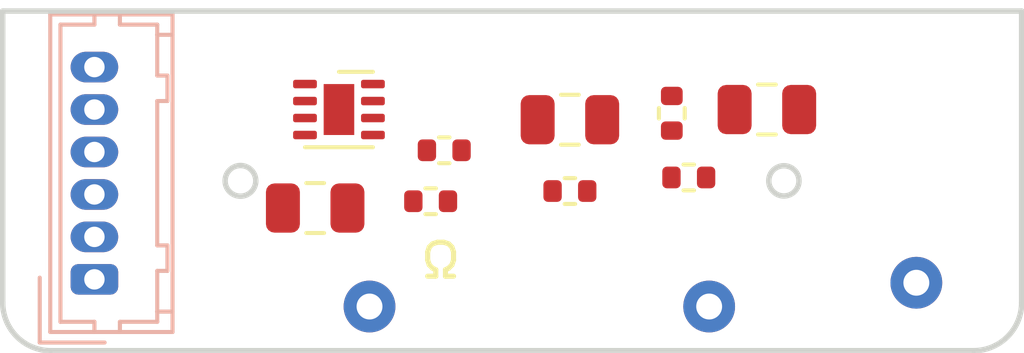
<source format=kicad_pcb>
(kicad_pcb (version 20211014) (generator pcbnew)
  (layers (0 "F.Cu" signal) (31 "B.Cu" signal) (34 "B.Paste" user) (35 "F.Paste" user) (36 "B.SilkS" user "B.Silkscreen") (37 "F.SilkS" user "F.Silkscreen") (38 "B.Mask" user) (39 "F.Mask" user) (44 "Edge.Cuts" user))
  (net 0 "")
  (net 1 "VDD")
  (net 2 "Net-(C1-Pad1)")
  (net 3 "Net-(C3-Pad1)")
  (net 6 "GND")
  (net 7 "Net-(C3-Pad2)")
  (net 10 "Net-(J1-Pad3)")
  (net 11 "Net-(R5-Pad2)")
  (footprint "Resistor_SMD:R_0402_1005Metric" (layer "F.Cu") (at 154.8 137.2)
    (fp_text reference "R3" hide)
    (fp_text value "100k" hide)
    (fp_line (start -0.153641 0.38) (end 0.153641 0.38) (layer "F.SilkS") (width 0.12))
    (fp_line (start -0.153641 -0.38) (end 0.153641 -0.38) (layer "F.SilkS") (width 0.12))
    (pad "1" smd roundrect (at -0.51 0) (size 0.54 0.64) (layers "F.Cu" "F.Paste" "F.Mask") (net 6 "GND"))
    (pad "2" smd roundrect (at 0.51 0) (size 0.54 0.64) (layers "F.Cu" "F.Paste" "F.Mask") (net 10 "Net-(J1-Pad3)"))
  )
  (footprint "Resistor_SMD:R_0402_1005Metric" (layer "F.Cu") (at 158.5 138.4)
    (fp_text reference "R2" hide)
    (fp_text value "1k" hide)
    (fp_line (start -0.153641 0.38) (end 0.153641 0.38) (layer "F.SilkS") (width 0.12))
    (fp_line (start -0.153641 -0.38) (end 0.153641 -0.38) (layer "F.SilkS") (width 0.12))
    (pad "1" smd roundrect (at -0.51 0) (size 0.54 0.64) (layers "F.Cu" "F.Paste" "F.Mask") (net 6 "GND"))
    (pad "2" smd roundrect (at 0.51 0) (size 0.54 0.64) (layers "F.Cu" "F.Paste" "F.Mask") (net 2 "Net-(C1-Pad1)"))
  )
  (footprint "Capacitor_SMD:C_0805_2012Metric" (layer "F.Cu") (at 158.5 136.3 180)
    (fp_text reference "C3" hide)
    (fp_text value "10nF" hide)
    (fp_line (start -0.261252 0.735) (end 0.261252 0.735) (layer "F.SilkS") (width 0.12))
    (fp_line (start -0.261252 -0.735) (end 0.261252 -0.735) (layer "F.SilkS") (width 0.12))
    (pad "1" smd roundrect (at -0.95 0 180) (size 1 1.45) (layers "F.Cu" "F.Paste" "F.Mask") (net 3 "Net-(C3-Pad1)"))
    (pad "2" smd roundrect (at 0.95 0 180) (size 1 1.45) (layers "F.Cu" "F.Paste" "F.Mask") (net 7 "Net-(C3-Pad2)"))
  )
  (footprint "cup_toch:toch_sens" (layer "F.Cu") (at 168.7 141.1)
    (fp_text reference "U3" hide)
    (fp_text value "sensor")
    (pad "1" thru_hole circle (at 0 0) (size 1.524 1.524) (drill 0.762) (layers *.Cu *.Mask) (net 11 "Net-(R5-Pad2)"))
  )
  (footprint "Resistor_SMD:R_0402_1005Metric" (layer "F.Cu") (at 162 138)
    (fp_text reference "R1" hide)
    (fp_text value "10" hide)
    (fp_line (start -0.153641 0.38) (end 0.153641 0.38) (layer "F.SilkS") (width 0.12))
    (fp_line (start -0.153641 -0.38) (end 0.153641 -0.38) (layer "F.SilkS") (width 0.12))
    (pad "1" smd roundrect (at -0.51 0) (size 0.54 0.64) (layers "F.Cu" "F.Paste" "F.Mask") (net 1 "VDD"))
    (pad "2" smd roundrect (at 0.51 0) (size 0.54 0.64) (layers "F.Cu" "F.Paste" "F.Mask") (net 2 "Net-(C1-Pad1)"))
  )
  (footprint "Package_DFN_QFN:DFN-8-1EP_2x2mm_P0.5mm_EP0.9x1.5mm" (layer "F.Cu") (at 151.7 136)
    (fp_text reference "U2" hide)
    (fp_text value "AT42QT1012-M" hide)
    (fp_line (start 0 -1.11) (end 1 -1.11) (layer "F.SilkS") (width 0.12))
    (fp_line (start -1 1.11) (end 1 1.11) (layer "F.SilkS") (width 0.12))
    (pad "1" smd roundrect (at -1 -0.75) (size 0.7 0.25) (layers "F.Cu" "F.Paste" "F.Mask") (net 7 "Net-(C3-Pad2)"))
    (pad "2" smd roundrect (at -1 -0.25) (size 0.7 0.25) (layers "F.Cu" "F.Paste" "F.Mask"))
    (pad "3" smd roundrect (at -1 0.25) (size 0.7 0.25) (layers "F.Cu" "F.Paste" "F.Mask"))
    (pad "4" smd roundrect (at -1 0.75) (size 0.7 0.25) (layers "F.Cu" "F.Paste" "F.Mask") (net 6 "GND"))
    (pad "5" smd roundrect (at 1 0.75) (size 0.7 0.25) (layers "F.Cu" "F.Paste" "F.Mask") (net 10 "Net-(J1-Pad3)"))
    (pad "6" smd roundrect (at 1 0.25) (size 0.7 0.25) (layers "F.Cu" "F.Paste" "F.Mask") (net 6 "GND"))
    (pad "7" smd roundrect (at 1 -0.25) (size 0.7 0.25) (layers "F.Cu" "F.Paste" "F.Mask") (net 1 "VDD"))
    (pad "8" smd roundrect (at 1 -0.75) (size 0.7 0.25) (layers "F.Cu" "F.Paste" "F.Mask") (net 3 "Net-(C3-Pad1)"))
    (pad "9" smd rect (at 0 0) (size 0.9 1.5) (layers "F.Cu" "F.Mask") (net 6 "GND"))
  )
  (footprint "Capacitor_SMD:C_0805_2012Metric" (layer "F.Cu") (at 164.3 136 180)
    (fp_text reference "C1" hide)
    (fp_text value "1uF" hide)
    (fp_line (start -0.261252 0.735) (end 0.261252 0.735) (layer "F.SilkS") (width 0.12))
    (fp_line (start -0.261252 -0.735) (end 0.261252 -0.735) (layer "F.SilkS") (width 0.12))
    (pad "1" smd roundrect (at -0.95 0 180) (size 1 1.45) (layers "F.Cu" "F.Paste" "F.Mask") (net 2 "Net-(C1-Pad1)"))
    (pad "2" smd roundrect (at 0.95 0 180) (size 1 1.45) (layers "F.Cu" "F.Paste" "F.Mask") (net 6 "GND"))
  )
  (footprint "Capacitor_SMD:C_0805_2012Metric" (layer "F.Cu") (at 151 138.9 180)
    (fp_text reference "C2" hide)
    (fp_text value "0.1uF" hide)
    (fp_line (start -0.261252 -0.735) (end 0.261252 -0.735) (layer "F.SilkS") (width 0.12))
    (fp_line (start -0.261252 0.735) (end 0.261252 0.735) (layer "F.SilkS") (width 0.12))
    (pad "1" smd roundrect (at -0.95 0 180) (size 1 1.45) (layers "F.Cu" "F.Paste" "F.Mask") (net 1 "VDD"))
    (pad "2" smd roundrect (at 0.95 0 180) (size 1 1.45) (layers "F.Cu" "F.Paste" "F.Mask") (net 6 "GND"))
  )
  (footprint "ohm_metr:ohm_metr" (layer "F.Cu") (at 152.6 141.8)
    (fp_text reference "U1" hide)
    (fp_text value "ohmmetr")
    (fp_text user "Ω" (at 2.093 -1.347 unlocked) (layer "F.SilkS"))
    (pad "1" thru_hole circle (at 0 0) (size 1.524 1.524) (drill 0.762) (layers *.Cu *.Mask) (net 2 "Net-(C1-Pad1)"))
    (pad "2" thru_hole circle (at 10 0) (size 1.524 1.524) (drill 0.762) (layers *.Cu *.Mask) (net 6 "GND"))
  )
  (footprint "Resistor_SMD:R_0402_1005Metric" (layer "F.Cu") (at 161.5 136.11 90)
    (fp_text reference "R4" hide)
    (fp_text value "1M" hide)
    (fp_line (start -0.153641 -0.38) (end 0.153641 -0.38) (layer "F.SilkS") (width 0.12))
    (fp_line (start -0.153641 0.38) (end 0.153641 0.38) (layer "F.SilkS") (width 0.12))
    (pad "1" smd roundrect (at -0.51 0 90) (size 0.54 0.64) (layers "F.Cu" "F.Paste" "F.Mask") (net 6 "GND"))
    (pad "2" smd roundrect (at 0.51 0 90) (size 0.54 0.64) (layers "F.Cu" "F.Paste" "F.Mask") (net 3 "Net-(C3-Pad1)"))
  )
  (footprint "Resistor_SMD:R_0402_1005Metric" (layer "F.Cu") (at 154.4 138.7 180)
    (fp_text reference "R5" hide)
    (fp_text value "10k" hide)
    (fp_line (start -0.153641 -0.38) (end 0.153641 -0.38) (layer "F.SilkS") (width 0.12))
    (fp_line (start -0.153641 0.38) (end 0.153641 0.38) (layer "F.SilkS") (width 0.12))
    (pad "1" smd roundrect (at -0.51 0 180) (size 0.54 0.64) (layers "F.Cu" "F.Paste" "F.Mask") (net 7 "Net-(C3-Pad2)"))
    (pad "2" smd roundrect (at 0.51 0 180) (size 0.54 0.64) (layers "F.Cu" "F.Paste" "F.Mask") (net 11 "Net-(R5-Pad2)"))
  )
  (footprint "Connector_Hirose:Hirose_DF13-06P-1.25DSA_1x06_P1.25mm_Vertical" (layer "B.Cu") (at 144.5 141 90)
    (fp_text reference "J1" hide)
    (fp_text value "Conn_01x06_Female" hide)
    (fp_line (start 7.5 0) (end 7.8 0) (layer "B.SilkS") (width 0.12))
    (fp_line (start -0.95 1.85) (end -0.95 2.3) (layer "B.SilkS") (width 0.12))
    (fp_line (start 0.25 1.85) (end 0.25 2.15) (layer "B.SilkS") (width 0.12))
    (fp_line (start -1.25 0) (end -1.25 -1) (layer "B.SilkS") (width 0.12))
    (fp_line (start 7.8 0.75) (end 7.5 0.75) (layer "B.SilkS") (width 0.12))
    (fp_line (start -1.55 0.75) (end -1.25 0.75) (layer "B.SilkS") (width 0.12))
    (fp_line (start 7.5 0.75) (end 7.5 1.85) (layer "B.SilkS") (width 0.12))
    (fp_line (start 7.8 -1.3) (end 7.8 2.3) (layer "B.SilkS") (width 0.12))
    (fp_line (start -1.25 1.85) (end -0.95 1.85) (layer "B.SilkS") (width 0.12))
    (fp_line (start 7.2 1.85) (end 7.2 2.3) (layer "B.SilkS") (width 0.12))
    (fp_line (start 5.25 1.85) (end 5.25 2.15) (layer "B.SilkS") (width 0.12))
    (fp_line (start -1.25 0.75) (end -1.25 1.85) (layer "B.SilkS") (width 0.12))
    (fp_line (start -1.86 0.3) (end -1.86 -1.61) (layer "B.SilkS") (width 0.12))
    (fp_line (start 1 2.15) (end 1 1.85) (layer "B.SilkS") (width 0.12))
    (fp_line (start 7.8 2.3) (end -1.55 2.3) (layer "B.SilkS") (width 0.12))
    (fp_line (start -1.86 -1.61) (end 0.05 -1.61) (layer "B.SilkS") (width 0.12))
    (fp_line (start 7.5 1.85) (end 7.2 1.85) (layer "B.SilkS") (width 0.12))
    (fp_line (start -1.55 0) (end -1.25 0) (layer "B.SilkS") (width 0.12))
    (fp_line (start 6 2.15) (end 6 1.85) (layer "B.SilkS") (width 0.12))
    (fp_line (start 1 1.85) (end 5.25 1.85) (layer "B.SilkS") (width 0.12))
    (fp_line (start -1.55 2.3) (end -1.55 -1.3) (layer "B.SilkS") (width 0.12))
    (fp_line (start 5.25 2.15) (end 6 2.15) (layer "B.SilkS") (width 0.12))
    (fp_line (start 6 1.85) (end 7.2 1.85) (layer "B.SilkS") (width 0.12))
    (fp_line (start -0.95 1.85) (end 0.25 1.85) (layer "B.SilkS") (width 0.12))
    (fp_line (start -1.55 -1.3) (end 7.8 -1.3) (layer "B.SilkS") (width 0.12))
    (fp_line (start -1.25 -1) (end 7.5 -1) (layer "B.SilkS") (width 0.12))
    (fp_line (start 7.5 -1) (end 7.5 0) (layer "B.SilkS") (width 0.12))
    (fp_line (start 0.25 2.15) (end 1 2.15) (layer "B.SilkS") (width 0.12))
    (pad "1" thru_hole roundrect (at 0 0 90) (size 0.9 1.4) (drill 0.6) (layers *.Cu *.Mask) (net 1 "VDD"))
    (pad "2" thru_hole oval (at 1.25 0 90) (size 0.9 1.4) (drill 0.6) (layers *.Cu *.Mask) (net 2 "Net-(C1-Pad1)"))
    (pad "3" thru_hole oval (at 2.5 0 90) (size 0.9 1.4) (drill 0.6) (layers *.Cu *.Mask) (net 10 "Net-(J1-Pad3)"))
    (pad "4" thru_hole oval (at 3.75 0 90) (size 0.9 1.4) (drill 0.6) (layers *.Cu *.Mask))
    (pad "5" thru_hole oval (at 5 0 90) (size 0.9 1.4) (drill 0.6) (layers *.Cu *.Mask))
    (pad "6" thru_hole oval (at 6.25 0 90) (size 0.9 1.4) (drill 0.6) (layers *.Cu *.Mask) (net 6 "GND"))
  )
  (gr_arc (start 143.214214 143.1) (mid 142.214214 142.685786) (end 141.8 141.685786) (layer "Edge.Cuts") (width 0.16))
  (gr_circle (center 164.8 138.1) (end 164.354459 138.1) (layer "Edge.Cuts") (width 0.16) (fill none))
  (gr_arc (start 171.8 141.685786) (mid 171.385785 142.685785) (end 170.385786 143.1) (layer "Edge.Cuts") (width 0.16))
  (gr_line (start 143.214214 143.1) (end 170.385786 143.1) (layer "Edge.Cuts") (width 0.16))
  (gr_line (start 171.8 141.685786) (end 171.8 133.1) (layer "Edge.Cuts") (width 0.16))
  (gr_circle (center 148.8 138.1) (end 148.348091 138.1) (layer "Edge.Cuts") (width 0.16) (fill none))
  (gr_line (start 171.8 133.1) (end 141.8 133.1) (layer "Edge.Cuts") (width 0.16))
  (gr_line (start 141.8 133.1) (end 141.8 141.685786) (layer "Edge.Cuts") (width 0.16))
)
</source>
